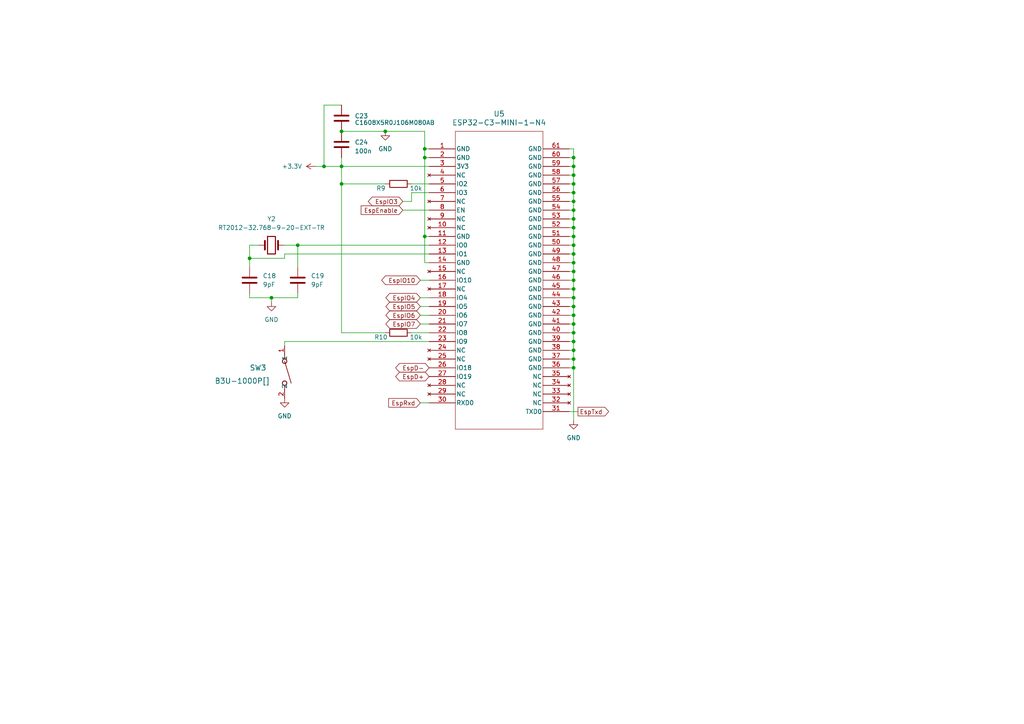
<source format=kicad_sch>
(kicad_sch (version 20230121) (generator eeschema)
  (paper "A4")
  (lib_symbols
    (symbol "Device:C" (pin_numbers hide) (pin_names (offset 0.254))
      (property "Reference" "C" (at 0.635 2.54 0))
      (property "Value" "C" (at 0.635 -2.54 0))
      (symbol "C_0_1"
        (polyline (pts (xy -2.032 -0.762) (xy 2.032 -0.762)) (stroke (width 0.508)))
        (polyline (pts (xy -2.032 0.762) (xy 2.032 0.762)) (stroke (width 0.508)))
      )
      (symbol "C_1_1"
        (pin passive line (at 0 3.81 270) (length 2.794) (name "~") (number "1"))
        (pin passive line (at 0 -3.81 90) (length 2.794) (name "~") (number "2"))
      )
    )
    (symbol "Device:Crystal" (pin_numbers hide) (pin_names (offset 1.016) hide)
      (property "Reference" "Y" (at 0 3.81 0))
      (property "Value" "Crystal" (at 0 -3.81 0))
      (symbol "Crystal_0_1"
        (rectangle (start -1.143 2.54) (end 1.143 -2.54) (stroke (width 0.3048)))
        (polyline (pts (xy -2.54 0) (xy -1.905 0)))
        (polyline (pts (xy -1.905 -1.27) (xy -1.905 1.27)) (stroke (width 0.508)))
        (polyline (pts (xy 1.905 -1.27) (xy 1.905 1.27)) (stroke (width 0.508)))
        (polyline (pts (xy 2.54 0) (xy 1.905 0)))
      )
      (symbol "Crystal_1_1"
        (pin passive line (at -3.81 0 0) (length 1.27) (name "1") (number "1"))
        (pin passive line (at 3.81 0 180) (length 1.27) (name "2") (number "2"))
      )
    )
    (symbol "Device:R" (pin_numbers hide) (pin_names (offset 0))
      (property "Reference" "R" (at 2.032 0 90))
      (property "Value" "R" (at 0 0 90))
      (symbol "R_0_1"
        (rectangle (start -1.016 -2.54) (end 1.016 2.54) (stroke (width 0.254)))
      )
      (symbol "R_1_1"
        (pin passive line (at 0 3.81 270) (length 1.27) (name "~") (number "1"))
        (pin passive line (at 0 -3.81 90) (length 1.27) (name "~") (number "2"))
      )
    )
    (symbol "addOnTemplate:ESP32-C3-MINI-1-N4" (pin_names (offset 0.254))
      (property "Reference" "U" (at 20.32 10.16 0))
      (property "Value" "ESP32-C3-MINI-1-N4" (at 20.32 7.62 0))
      (symbol "ESP32-C3-MINI-1-N4_0_1"
        (polyline (pts (xy 7.62 -81.28) (xy 33.02 -81.28)) (stroke (width 0.127)))
        (polyline (pts (xy 7.62 5.08) (xy 7.62 -81.28)) (stroke (width 0.127)))
        (polyline (pts (xy 33.02 -81.28) (xy 33.02 5.08)) (stroke (width 0.127)))
        (polyline (pts (xy 33.02 5.08) (xy 7.62 5.08)) (stroke (width 0.127)))
        (pin power_out line (at 0 0 0) (length 7.62) (name "GND") (number "1"))
        (pin no_connect line (at 0 -22.86 0) (length 7.62) (name "NC") (number "10"))
        (pin power_out line (at 0 -25.4 0) (length 7.62) (name "GND") (number "11"))
        (pin bidirectional line (at 0 -27.94 0) (length 7.62) (name "IO0") (number "12"))
        (pin bidirectional line (at 0 -30.48 0) (length 7.62) (name "IO1") (number "13"))
        (pin power_out line (at 0 -33.02 0) (length 7.62) (name "GND") (number "14"))
        (pin no_connect line (at 0 -35.56 0) (length 7.62) (name "NC") (number "15"))
        (pin bidirectional line (at 0 -38.1 0) (length 7.62) (name "IO10") (number "16"))
        (pin no_connect line (at 0 -40.64 0) (length 7.62) (name "NC") (number "17"))
        (pin bidirectional line (at 0 -43.18 0) (length 7.62) (name "IO4") (number "18"))
        (pin bidirectional line (at 0 -45.72 0) (length 7.62) (name "IO5") (number "19"))
        (pin power_out line (at 0 -2.54 0) (length 7.62) (name "GND") (number "2"))
        (pin bidirectional line (at 0 -48.26 0) (length 7.62) (name "IO6") (number "20"))
        (pin bidirectional line (at 0 -50.8 0) (length 7.62) (name "IO7") (number "21"))
        (pin bidirectional line (at 0 -53.34 0) (length 7.62) (name "IO8") (number "22"))
        (pin bidirectional line (at 0 -55.88 0) (length 7.62) (name "IO9") (number "23"))
        (pin no_connect line (at 0 -58.42 0) (length 7.62) (name "NC") (number "24"))
        (pin no_connect line (at 0 -60.96 0) (length 7.62) (name "NC") (number "25"))
        (pin bidirectional line (at 0 -63.5 0) (length 7.62) (name "IO18") (number "26"))
        (pin bidirectional line (at 0 -66.04 0) (length 7.62) (name "IO19") (number "27"))
        (pin no_connect line (at 0 -68.58 0) (length 7.62) (name "NC") (number "28"))
        (pin no_connect line (at 0 -71.12 0) (length 7.62) (name "NC") (number "29"))
        (pin power_in line (at 0 -5.08 0) (length 7.62) (name "3V3") (number "3"))
        (pin bidirectional line (at 0 -73.66 0) (length 7.62) (name "RXD0") (number "30"))
        (pin bidirectional line (at 40.64 -76.2 180) (length 7.62) (name "TXD0") (number "31"))
        (pin no_connect line (at 40.64 -73.66 180) (length 7.62) (name "NC") (number "32"))
        (pin no_connect line (at 40.64 -71.12 180) (length 7.62) (name "NC") (number "33"))
        (pin no_connect line (at 40.64 -68.58 180) (length 7.62) (name "NC") (number "34"))
        (pin no_connect line (at 40.64 -66.04 180) (length 7.62) (name "NC") (number "35"))
        (pin power_out line (at 40.64 -63.5 180) (length 7.62) (name "GND") (number "36"))
        (pin power_out line (at 40.64 -60.96 180) (length 7.62) (name "GND") (number "37"))
        (pin power_out line (at 40.64 -58.42 180) (length 7.62) (name "GND") (number "38"))
        (pin power_out line (at 40.64 -55.88 180) (length 7.62) (name "GND") (number "39"))
        (pin no_connect line (at 0 -7.62 0) (length 7.62) (name "NC") (number "4"))
        (pin power_out line (at 40.64 -53.34 180) (length 7.62) (name "GND") (number "40"))
        (pin power_out line (at 40.64 -50.8 180) (length 7.62) (name "GND") (number "41"))
        (pin power_out line (at 40.64 -48.26 180) (length 7.62) (name "GND") (number "42"))
        (pin power_out line (at 40.64 -45.72 180) (length 7.62) (name "GND") (number "43"))
        (pin power_out line (at 40.64 -43.18 180) (length 7.62) (name "GND") (number "44"))
        (pin power_out line (at 40.64 -40.64 180) (length 7.62) (name "GND") (number "45"))
        (pin power_out line (at 40.64 -38.1 180) (length 7.62) (name "GND") (number "46"))
        (pin power_out line (at 40.64 -35.56 180) (length 7.62) (name "GND") (number "47"))
        (pin power_out line (at 40.64 -33.02 180) (length 7.62) (name "GND") (number "48"))
        (pin power_out line (at 40.64 -30.48 180) (length 7.62) (name "GND") (number "49"))
        (pin bidirectional line (at 0 -10.16 0) (length 7.62) (name "IO2") (number "5"))
        (pin power_out line (at 40.64 -27.94 180) (length 7.62) (name "GND") (number "50"))
        (pin power_out line (at 40.64 -25.4 180) (length 7.62) (name "GND") (number "51"))
        (pin power_out line (at 40.64 -22.86 180) (length 7.62) (name "GND") (number "52"))
        (pin power_out line (at 40.64 -20.32 180) (length 7.62) (name "GND") (number "53"))
        (pin power_out line (at 40.64 -17.78 180) (length 7.62) (name "GND") (number "54"))
        (pin power_out line (at 40.64 -15.24 180) (length 7.62) (name "GND") (number "55"))
        (pin power_out line (at 40.64 -12.7 180) (length 7.62) (name "GND") (number "56"))
        (pin power_out line (at 40.64 -10.16 180) (length 7.62) (name "GND") (number "57"))
        (pin power_out line (at 40.64 -7.62 180) (length 7.62) (name "GND") (number "58"))
        (pin power_out line (at 40.64 -5.08 180) (length 7.62) (name "GND") (number "59"))
        (pin bidirectional line (at 0 -12.7 0) (length 7.62) (name "IO3") (number "6"))
        (pin power_out line (at 40.64 -2.54 180) (length 7.62) (name "GND") (number "60"))
        (pin power_out line (at 40.64 0 180) (length 7.62) (name "GND") (number "61"))
        (pin no_connect line (at 0 -15.24 0) (length 7.62) (name "NC") (number "7"))
        (pin input line (at 0 -17.78 0) (length 7.62) (name "EN") (number "8"))
        (pin no_connect line (at 0 -20.32 0) (length 7.62) (name "NC") (number "9"))
      )
    )
    (symbol "cpuAddOn:B3U-1000P[]" (pin_names (offset 0.254))
      (property "Reference" "SW" (at 7.62 3.81 0))
      (property "Value" "B3U-1000P[]" (at 0 0 0))
      (symbol "B3U-1000P[]_0_1"
        (polyline (pts (xy 2.54 0) (xy 3.81 0)) (stroke (width 0.2032)))
        (polyline (pts (xy 4.445 -1.905) (xy 10.795 0)) (stroke (width 0.2032)))
        (polyline (pts (xy 12.7 0) (xy 11.43 0)) (stroke (width 0.2032)))
        (circle (center 4.445 0) (radius 0.635) (stroke (width 0.254)))
        (circle (center 10.795 0) (radius 0.635) (stroke (width 0.254)))
        (pin unspecified line (at 15.24 0 180) (length 2.54) (name "1") (number "1"))
        (pin unspecified line (at 0 0 0) (length 2.54) (name "2") (number "2"))
      )
    )
    (symbol "power:+3.3V" (power) (pin_names (offset 0))
      (property "Value" "+3.3V" (at 0 3.556 0))
      (symbol "+3.3V_0_1"
        (polyline (pts (xy -0.762 1.27) (xy 0 2.54)))
        (polyline (pts (xy 0 0) (xy 0 2.54)))
        (polyline (pts (xy 0 2.54) (xy 0.762 1.27)))
      )
      (symbol "+3.3V_1_1"
        (pin power_in line (at 0 0 90) (length 0) hide (name "+3.3V") (number "1"))
      )
    )
    (symbol "power:GND" (power) (pin_names (offset 0))
      (property "Value" "GND" (at 0 -3.81 0))
      (symbol "GND_0_1"
        (polyline (pts (xy 0 0) (xy 0 -1.27) (xy 1.27 -1.27) (xy 0 -2.54) (xy -1.27 -1.27) (xy 0 -1.27)))
      )
      (symbol "GND_1_1"
        (pin power_in line (at 0 0 270) (length 0) hide (name "GND") (number "1"))
      )
    )
  )
  (junction (at 166.37 48.26))
  (junction (at 166.37 58.42))
  (junction (at 166.37 96.52))
  (junction (at 166.37 86.36))
  (junction (at 166.37 99.06))
  (junction (at 86.36 71.12))
  (junction (at 166.37 101.6))
  (junction (at 166.37 106.68))
  (junction (at 166.37 60.96))
  (junction (at 123.19 43.18))
  (junction (at 166.37 73.66))
  (junction (at 166.37 50.8))
  (junction (at 99.06 53.34))
  (junction (at 166.37 68.58))
  (junction (at 78.74 86.36))
  (junction (at 166.37 88.9))
  (junction (at 166.37 78.74))
  (junction (at 166.37 71.12))
  (junction (at 123.19 68.58))
  (junction (at 166.37 76.2))
  (junction (at 166.37 104.14))
  (junction (at 166.37 63.5))
  (junction (at 166.37 45.72))
  (junction (at 99.06 38.1))
  (junction (at 93.98 48.26))
  (junction (at 166.37 81.28))
  (junction (at 166.37 83.82))
  (junction (at 166.37 91.44))
  (junction (at 99.06 48.26))
  (junction (at 111.76 38.1))
  (junction (at 123.19 45.72))
  (junction (at 166.37 93.98))
  (junction (at 166.37 53.34))
  (junction (at 166.37 66.04))
  (junction (at 72.39 74.93))
  (junction (at 166.37 55.88))
  (wire (pts (xy 166.37 93.98) (xy 166.37 96.52)))
  (wire (pts (xy 124.46 73.66) (xy 82.55 73.66)))
  (wire (pts (xy 165.1 96.52) (xy 166.37 96.52)))
  (wire (pts (xy 166.37 60.96) (xy 166.37 63.5)))
  (wire (pts (xy 116.84 58.42) (xy 119.38 58.42)))
  (wire (pts (xy 123.19 43.18) (xy 124.46 43.18)))
  (wire (pts (xy 99.06 30.48) (xy 93.98 30.48)))
  (wire (pts (xy 165.1 119.38) (xy 167.64 119.38)))
  (wire (pts (xy 166.37 66.04) (xy 166.37 68.58)))
  (wire (pts (xy 123.19 43.18) (xy 123.19 38.1)))
  (wire (pts (xy 82.55 71.12) (xy 86.36 71.12)))
  (wire (pts (xy 165.1 63.5) (xy 166.37 63.5)))
  (wire (pts (xy 165.1 43.18) (xy 166.37 43.18)))
  (wire (pts (xy 165.1 101.6) (xy 166.37 101.6)))
  (wire (pts (xy 72.39 74.93) (xy 72.39 77.47)))
  (wire (pts (xy 121.92 93.98) (xy 124.46 93.98)))
  (wire (pts (xy 166.37 68.58) (xy 166.37 71.12)))
  (wire (pts (xy 99.06 38.1) (xy 111.76 38.1)))
  (wire (pts (xy 121.92 116.84) (xy 124.46 116.84)))
  (wire (pts (xy 99.06 96.52) (xy 99.06 53.34)))
  (wire (pts (xy 123.19 45.72) (xy 123.19 43.18)))
  (wire (pts (xy 72.39 86.36) (xy 78.74 86.36)))
  (wire (pts (xy 78.74 86.36) (xy 78.74 87.63)))
  (wire (pts (xy 166.37 83.82) (xy 166.37 86.36)))
  (wire (pts (xy 165.1 45.72) (xy 166.37 45.72)))
  (wire (pts (xy 166.37 63.5) (xy 166.37 66.04)))
  (wire (pts (xy 78.74 86.36) (xy 86.36 86.36)))
  (wire (pts (xy 119.38 55.88) (xy 124.46 55.88)))
  (wire (pts (xy 166.37 88.9) (xy 166.37 91.44)))
  (wire (pts (xy 86.36 71.12) (xy 86.36 77.47)))
  (wire (pts (xy 165.1 50.8) (xy 166.37 50.8)))
  (wire (pts (xy 165.1 58.42) (xy 166.37 58.42)))
  (wire (pts (xy 166.37 99.06) (xy 166.37 101.6)))
  (wire (pts (xy 119.38 96.52) (xy 124.46 96.52)))
  (wire (pts (xy 165.1 83.82) (xy 166.37 83.82)))
  (wire (pts (xy 166.37 48.26) (xy 166.37 50.8)))
  (wire (pts (xy 121.92 86.36) (xy 124.46 86.36)))
  (wire (pts (xy 93.98 30.48) (xy 93.98 48.26)))
  (wire (pts (xy 165.1 86.36) (xy 166.37 86.36)))
  (wire (pts (xy 119.38 58.42) (xy 119.38 55.88)))
  (wire (pts (xy 166.37 58.42) (xy 166.37 60.96)))
  (wire (pts (xy 91.44 48.26) (xy 93.98 48.26)))
  (wire (pts (xy 121.92 81.28) (xy 124.46 81.28)))
  (wire (pts (xy 72.39 71.12) (xy 72.39 74.93)))
  (wire (pts (xy 166.37 86.36) (xy 166.37 88.9)))
  (wire (pts (xy 166.37 106.68) (xy 166.37 121.92)))
  (wire (pts (xy 72.39 71.12) (xy 74.93 71.12)))
  (wire (pts (xy 166.37 43.18) (xy 166.37 45.72)))
  (wire (pts (xy 166.37 71.12) (xy 166.37 73.66)))
  (wire (pts (xy 165.1 73.66) (xy 166.37 73.66)))
  (wire (pts (xy 165.1 48.26) (xy 166.37 48.26)))
  (wire (pts (xy 166.37 104.14) (xy 166.37 106.68)))
  (wire (pts (xy 165.1 91.44) (xy 166.37 91.44)))
  (wire (pts (xy 123.19 68.58) (xy 123.19 45.72)))
  (wire (pts (xy 82.55 99.06) (xy 82.55 100.33)))
  (wire (pts (xy 111.76 53.34) (xy 99.06 53.34)))
  (wire (pts (xy 123.19 68.58) (xy 124.46 68.58)))
  (wire (pts (xy 119.38 53.34) (xy 124.46 53.34)))
  (wire (pts (xy 121.92 88.9) (xy 124.46 88.9)))
  (wire (pts (xy 166.37 101.6) (xy 166.37 104.14)))
  (wire (pts (xy 166.37 76.2) (xy 166.37 78.74)))
  (wire (pts (xy 165.1 71.12) (xy 166.37 71.12)))
  (wire (pts (xy 72.39 85.09) (xy 72.39 86.36)))
  (wire (pts (xy 82.55 74.93) (xy 72.39 74.93)))
  (wire (pts (xy 116.84 60.96) (xy 124.46 60.96)))
  (wire (pts (xy 166.37 91.44) (xy 166.37 93.98)))
  (wire (pts (xy 99.06 53.34) (xy 99.06 48.26)))
  (wire (pts (xy 165.1 81.28) (xy 166.37 81.28)))
  (wire (pts (xy 165.1 88.9) (xy 166.37 88.9)))
  (wire (pts (xy 99.06 48.26) (xy 124.46 48.26)))
  (wire (pts (xy 165.1 106.68) (xy 166.37 106.68)))
  (wire (pts (xy 165.1 68.58) (xy 166.37 68.58)))
  (wire (pts (xy 165.1 104.14) (xy 166.37 104.14)))
  (wire (pts (xy 99.06 45.72) (xy 99.06 48.26)))
  (wire (pts (xy 166.37 81.28) (xy 166.37 83.82)))
  (wire (pts (xy 165.1 99.06) (xy 166.37 99.06)))
  (wire (pts (xy 165.1 55.88) (xy 166.37 55.88)))
  (wire (pts (xy 124.46 76.2) (xy 123.19 76.2)))
  (wire (pts (xy 166.37 78.74) (xy 166.37 81.28)))
  (wire (pts (xy 111.76 96.52) (xy 99.06 96.52)))
  (wire (pts (xy 82.55 73.66) (xy 82.55 74.93)))
  (wire (pts (xy 166.37 45.72) (xy 166.37 48.26)))
  (wire (pts (xy 123.19 76.2) (xy 123.19 68.58)))
  (wire (pts (xy 86.36 85.09) (xy 86.36 86.36)))
  (wire (pts (xy 166.37 55.88) (xy 166.37 58.42)))
  (wire (pts (xy 166.37 73.66) (xy 166.37 76.2)))
  (wire (pts (xy 166.37 96.52) (xy 166.37 99.06)))
  (wire (pts (xy 93.98 48.26) (xy 99.06 48.26)))
  (wire (pts (xy 165.1 93.98) (xy 166.37 93.98)))
  (wire (pts (xy 123.19 45.72) (xy 124.46 45.72)))
  (wire (pts (xy 165.1 66.04) (xy 166.37 66.04)))
  (wire (pts (xy 123.19 38.1) (xy 111.76 38.1)))
  (wire (pts (xy 86.36 71.12) (xy 124.46 71.12)))
  (wire (pts (xy 166.37 53.34) (xy 166.37 55.88)))
  (wire (pts (xy 165.1 78.74) (xy 166.37 78.74)))
  (wire (pts (xy 165.1 76.2) (xy 166.37 76.2)))
  (wire (pts (xy 124.46 99.06) (xy 82.55 99.06)))
  (wire (pts (xy 165.1 60.96) (xy 166.37 60.96)))
  (wire (pts (xy 121.92 91.44) (xy 124.46 91.44)))
  (wire (pts (xy 166.37 50.8) (xy 166.37 53.34)))
  (wire (pts (xy 165.1 53.34) (xy 166.37 53.34)))
  (global_label "EspIO7" (shape bidirectional) (at 121.92 93.98 180) (property "Intersheetrefs" "${INTERSHEET_REFS}" (effects hide)))
  (global_label "EspIO10" (shape bidirectional) (at 121.92 81.28 180) (property "Intersheetrefs" "${INTERSHEET_REFS}" (effects hide)))
  (global_label "EspRxd" (shape input) (at 121.92 116.84 180) (property "Intersheetrefs" "${INTERSHEET_REFS}" (effects hide)))
  (global_label "EspD-" (shape bidirectional) (at 124.46 106.68 180) (property "Intersheetrefs" "${INTERSHEET_REFS}" (effects hide)))
  (global_label "EspIO6" (shape bidirectional) (at 121.92 91.44 180) (property "Intersheetrefs" "${INTERSHEET_REFS}" (effects hide)))
  (global_label "EspIO4" (shape bidirectional) (at 121.92 86.36 180) (property "Intersheetrefs" "${INTERSHEET_REFS}" (effects hide)))
  (global_label "EspIO3" (shape bidirectional) (at 116.84 58.42 180) (property "Intersheetrefs" "${INTERSHEET_REFS}" (effects hide)))
  (global_label "EspIO5" (shape bidirectional) (at 121.92 88.9 180) (property "Intersheetrefs" "${INTERSHEET_REFS}" (effects hide)))
  (global_label "EspTxd" (shape output) (at 167.64 119.38 0) (property "Intersheetrefs" "${INTERSHEET_REFS}" (effects hide)))
  (global_label "EspEnable" (shape input) (at 116.84 60.96 180) (property "Intersheetrefs" "${INTERSHEET_REFS}" (effects hide)))
  (global_label "EspD+" (shape bidirectional) (at 124.46 109.22 180) (property "Intersheetrefs" "${INTERSHEET_REFS}" (effects hide)))
  (symbol (lib_id "Device:R") (at 115.57 96.52 270) (unit 1)
    (property "Reference" "R10" (at 110.49 97.79 90))
    (property "Value" "10k" (at 120.65 97.79 90))
    (property "Footprint" "Resistor_SMD:R_0402_1005Metric" (effects hide))
  )
  (symbol (lib_id "power:+3.3V") (at 91.44 48.26 90) (unit 1)
    (property "Reference" "#PWR033" (effects hide))
    (property "Value" "+3.3V" (at 87.63 48.26 90) (effects (justify left)))
  )
  (symbol (lib_id "power:GND") (at 78.74 87.63 0) (unit 1)
    (property "Reference" "#PWR031" (effects hide))
    (property "Value" "GND" (at 78.74 92.71 0))
  )
  (symbol (lib_id "Device:C") (at 99.06 34.29 0) (unit 1)
    (property "Reference" "C23" (at 102.87 33.655 0) (effects (justify left)))
    (property "Value" "C1608X5R0J106M080AB" (at 102.87 35.56 0) (effects (justify left)))
    (property "Footprint" "Capacitor_SMD:C_0603_1608Metric" (effects hide))
  )
  (symbol (lib_id "cpuAddOn:B3U-1000P[]") (at 82.55 115.57 90) (unit 1)
    (property "Reference" "SW3" (at 72.39 106.68 90) (effects (font (size 1.524 1.524)) (justify right)))
    (property "Value" "B3U-1000P[]" (at 62.23 110.49 90) (effects (font (size 1.524 1.524)) (justify right)))
    (property "Footprint" "addOnTemplate:SW_B3U-1000P_OMR" (effects hide))
    (property "Datasheet" "B3U-1000P[]" (effects hide))
  )
  (symbol (lib_id "Device:R") (at 115.57 53.34 270) (unit 1)
    (property "Reference" "R9" (at 110.49 54.61 90))
    (property "Value" "10k" (at 120.65 54.61 90))
    (property "Footprint" "Resistor_SMD:R_0402_1005Metric" (effects hide))
  )
  (symbol (lib_id "addOnTemplate:ESP32-C3-MINI-1-N4") (at 124.46 43.18 0) (unit 1)
    (property "Reference" "U5" (at 144.78 33.02 0) (effects (font (size 1.524 1.524))))
    (property "Value" "ESP32-C3-MINI-1-N4" (at 144.78 35.56 0) (effects (font (size 1.524 1.524))))
    (property "Footprint" "addOnTemplate:ESP32-C3-MINI-1_EXP" (effects hide))
    (property "Datasheet" "ESP32-C3-MINI-1-N4" (effects hide))
  )
  (symbol (lib_id "power:GND") (at 111.76 38.1 0) (unit 1)
    (property "Reference" "#PWR034" (effects hide))
    (property "Value" "GND" (at 111.76 43.18 0))
  )
  (symbol (lib_id "power:GND") (at 82.55 115.57 0) (unit 1)
    (property "Reference" "#PWR032" (effects hide))
    (property "Value" "GND" (at 82.55 120.65 0))
  )
  (symbol (lib_id "Device:C") (at 72.39 81.28 0) (unit 1)
    (property "Reference" "C18" (at 76.2 80.01 0) (effects (justify left)))
    (property "Value" "9pF" (at 76.2 82.55 0) (effects (justify left)))
    (property "Footprint" "Capacitor_SMD:C_0402_1005Metric" (effects hide))
  )
  (symbol (lib_id "Device:Crystal") (at 78.74 71.12 180) (unit 1)
    (property "Reference" "Y2" (at 78.74 63.5 0))
    (property "Value" "RT2012-32.768-9-20-EXT-TR" (at 78.74 66.04 0))
    (property "Footprint" "Crystal:Crystal_SMD_2012-2Pin_2.0x1.2mm" (effects hide))
  )
  (symbol (lib_id "power:GND") (at 166.37 121.92 0) (unit 1)
    (property "Reference" "#PWR039" (effects hide))
    (property "Value" "GND" (at 166.37 127 0))
  )
  (symbol (lib_id "Device:C") (at 86.36 81.28 0) (unit 1)
    (property "Reference" "C19" (at 90.17 80.01 0) (effects (justify left)))
    (property "Value" "9pF" (at 90.17 82.55 0) (effects (justify left)))
    (property "Footprint" "Capacitor_SMD:C_0402_1005Metric" (effects hide))
  )
  (symbol (lib_id "Device:C") (at 99.06 41.91 0) (unit 1)
    (property "Reference" "C24" (at 102.87 41.275 0) (effects (justify left)))
    (property "Value" "100n" (at 102.87 43.815 0) (effects (justify left)))
    (property "Footprint" "Capacitor_SMD:C_0402_1005Metric" (effects hide))
  )
)
</source>
